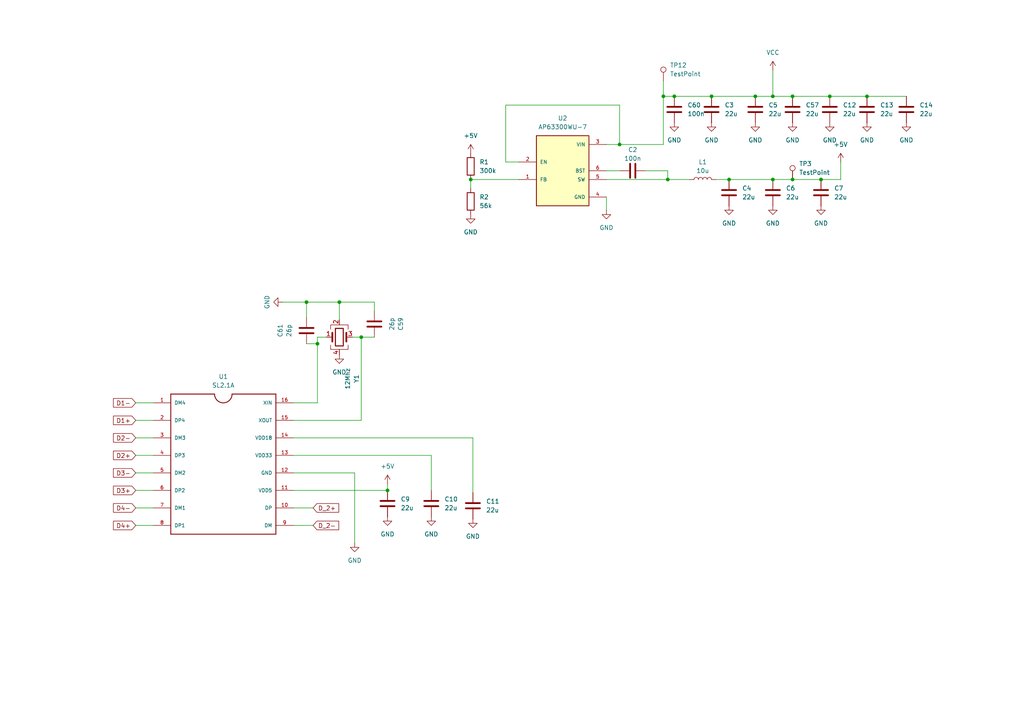
<source format=kicad_sch>
(kicad_sch (version 20250114) (generator "eeschema") (generator_version "9.0")
  (paper "A4")
  (lib_symbols
    (symbol "AP63300WU-7:AP63300WU-7" (pin_names (offset 1.016))
      (property "Reference" "U" (at -7.62 11.43 0))
      (property "Value" "AP63300WU-7" (at -7.62 -11.43 0))
      (symbol "AP63300WU-7_0_0"
        (rectangle (start -7.62 -10.16) (end 7.62 10.16) (stroke (width 0.254)) (fill (type background)))
        (pin input line (at -12.7 2.54 0) (length 5.08) (name "EN") (number "2"))
        (pin input line (at -12.7 -2.54 0) (length 5.08) (name "FB") (number "1"))
        (pin power_in line (at 12.7 7.62 180) (length 5.08) (name "VIN") (number "3"))
        (pin input line (at 12.7 0 180) (length 5.08) (name "BST") (number "6"))
        (pin output line (at 12.7 -2.54 180) (length 5.08) (name "SW") (number "5"))
        (pin power_in line (at 12.7 -7.62 180) (length 5.08) (name "GND") (number "4"))
      )
    )
    (symbol "Connector:TestPoint" (pin_numbers (hide yes)) (pin_names (offset 0.762) (hide yes))
      (property "Reference" "TP" (at 0 6.858 0))
      (property "Value" "TestPoint" (at 0 5.08 0))
      (symbol "TestPoint_0_1"
        (circle (center 0 3.302) (radius 0.762))
      )
      (symbol "TestPoint_1_1"
        (pin passive line (at 0 0 90) (length 2.54) (name "1") (number "1"))
      )
    )
    (symbol "Device:C" (pin_numbers (hide yes)) (pin_names (offset 0.254))
      (property "Reference" "C" (at 0.635 2.54 0))
      (property "Value" "C" (at 0.635 -2.54 0))
      (symbol "C_0_1"
        (polyline (pts (xy -2.032 0.762) (xy 2.032 0.762)) (stroke (width 0.508)))
        (polyline (pts (xy -2.032 -0.762) (xy 2.032 -0.762)) (stroke (width 0.508)))
      )
      (symbol "C_1_1"
        (pin passive line (at 0 3.81 270) (length 2.794) (name "~") (number "1"))
        (pin passive line (at 0 -3.81 90) (length 2.794) (name "~") (number "2"))
      )
    )
    (symbol "Device:Crystal_GND24" (pin_names (offset 1.016) (hide yes))
      (property "Reference" "Y" (at 3.175 5.08 0))
      (property "Value" "Crystal_GND24" (at 3.175 3.175 0))
      (symbol "Crystal_GND24_0_1"
        (polyline (pts (xy -2.54 2.286) (xy -2.54 3.556) (xy 2.54 3.556) (xy 2.54 2.286)))
        (polyline (pts (xy -2.54 0) (xy -2.032 0)))
        (polyline (pts (xy -2.54 -2.286) (xy -2.54 -3.556) (xy 2.54 -3.556) (xy 2.54 -2.286)))
        (polyline (pts (xy -2.032 -1.27) (xy -2.032 1.27)) (stroke (width 0.508)))
        (rectangle (start -1.143 2.54) (end 1.143 -2.54) (stroke (width 0.3048)))
        (polyline (pts (xy 0 3.556) (xy 0 3.81)))
        (polyline (pts (xy 0 -3.81) (xy 0 -3.556)))
        (polyline (pts (xy 2.032 0) (xy 2.54 0)))
        (polyline (pts (xy 2.032 -1.27) (xy 2.032 1.27)) (stroke (width 0.508)))
      )
      (symbol "Crystal_GND24_1_1"
        (pin passive line (at -3.81 0 0) (length 1.27) (name "1") (number "1"))
        (pin passive line (at 0 5.08 270) (length 1.27) (name "2") (number "2"))
        (pin passive line (at 0 -5.08 90) (length 1.27) (name "4") (number "4"))
        (pin passive line (at 3.81 0 180) (length 1.27) (name "3") (number "3"))
      )
    )
    (symbol "Device:L" (pin_numbers (hide yes)) (pin_names (offset 1.016) (hide yes))
      (property "Reference" "L" (at -1.27 0 90))
      (property "Value" "L" (at 1.905 0 90))
      (symbol "L_0_1"
        (arc (start 0 2.54) (mid 0.6323 1.905) (end 0 1.27))
        (arc (start 0 1.27) (mid 0.6323 0.635) (end 0 0))
        (arc (start 0 0) (mid 0.6323 -0.635) (end 0 -1.27))
        (arc (start 0 -1.27) (mid 0.6323 -1.905) (end 0 -2.54))
      )
      (symbol "L_1_1"
        (pin passive line (at 0 3.81 270) (length 1.27) (name "1") (number "1"))
        (pin passive line (at 0 -3.81 90) (length 1.27) (name "2") (number "2"))
      )
    )
    (symbol "Device:R" (pin_numbers (hide yes)) (pin_names (offset 0))
      (property "Reference" "R" (at 2.032 0 90))
      (property "Value" "R" (at 0 0 90))
      (symbol "R_0_1"
        (rectangle (start -1.016 -2.54) (end 1.016 2.54) (stroke (width 0.254)))
      )
      (symbol "R_1_1"
        (pin passive line (at 0 3.81 270) (length 1.27) (name "~") (number "1"))
        (pin passive line (at 0 -3.81 90) (length 1.27) (name "~") (number "2"))
      )
    )
    (symbol "SL2.1A:SL2.1A" (pin_names (offset 1.016))
      (property "Reference" "U" (at 0 22.86 0))
      (property "Value" "SL2.1A" (at 0 -22.86 0))
      (symbol "SL2.1A_0_0"
        (polyline (pts (xy -15.24 20.32) (xy -15.24 -20.32)) (stroke (width 0.254)))
        (polyline (pts (xy -15.24 -20.32) (xy 15.24 -20.32)) (stroke (width 0.254)))
        (polyline (pts (xy -2.54 20.32) (xy -15.24 20.32)) (stroke (width 0.254)))
        (arc (start 2.54 20.32) (mid 0 17.791) (end -2.54 20.32) (stroke (width 0.254)))
        (polyline (pts (xy 15.24 20.32) (xy 2.54 20.32)) (stroke (width 0.254)))
        (polyline (pts (xy 15.24 -20.32) (xy 15.24 20.32)) (stroke (width 0.254)))
        (pin bidirectional line (at -20.32 17.78 0) (length 5.08) (name "DM4") (number "1"))
        (pin bidirectional line (at -20.32 12.7 0) (length 5.08) (name "DP4") (number "2"))
        (pin bidirectional line (at -20.32 7.62 0) (length 5.08) (name "DM3") (number "3"))
        (pin bidirectional line (at -20.32 2.54 0) (length 5.08) (name "DP3") (number "4"))
        (pin bidirectional line (at -20.32 -2.54 0) (length 5.08) (name "DM2") (number "5"))
        (pin bidirectional line (at -20.32 -7.62 0) (length 5.08) (name "DP2") (number "6"))
        (pin bidirectional line (at -20.32 -12.7 0) (length 5.08) (name "DM1") (number "7"))
        (pin bidirectional line (at -20.32 -17.78 0) (length 5.08) (name "DP1") (number "8"))
        (pin bidirectional line (at 20.32 17.78 180) (length 5.08) (name "XIN") (number "16"))
        (pin bidirectional line (at 20.32 12.7 180) (length 5.08) (name "XOUT") (number "15"))
        (pin bidirectional line (at 20.32 7.62 180) (length 5.08) (name "VDD18") (number "14"))
        (pin bidirectional line (at 20.32 2.54 180) (length 5.08) (name "VDD33") (number "13"))
        (pin bidirectional line (at 20.32 -2.54 180) (length 5.08) (name "GND") (number "12"))
        (pin bidirectional line (at 20.32 -7.62 180) (length 5.08) (name "VDD5") (number "11"))
        (pin bidirectional line (at 20.32 -12.7 180) (length 5.08) (name "DP") (number "10"))
        (pin bidirectional line (at 20.32 -17.78 180) (length 5.08) (name "DM") (number "9"))
      )
    )
    (symbol "power:+5V" (power) (pin_numbers (hide yes)) (pin_names (offset 0) (hide yes))
      (property "Value" "+5V" (at 0 3.556 0))
      (symbol "+5V_0_1"
        (polyline (pts (xy -0.762 1.27) (xy 0 2.54)))
        (polyline (pts (xy 0 2.54) (xy 0.762 1.27)))
        (polyline (pts (xy 0 0) (xy 0 2.54)))
      )
      (symbol "+5V_1_1"
        (pin power_in line (at 0 0 90) (length 0) (name "~") (number "1"))
      )
    )
    (symbol "power:GND" (power) (pin_numbers (hide yes)) (pin_names (offset 0) (hide yes))
      (property "Value" "GND" (at 0 -3.81 0))
      (symbol "GND_0_1"
        (polyline (pts (xy 0 0) (xy 0 -1.27) (xy 1.27 -1.27) (xy 0 -2.54) (xy -1.27 -1.27) (xy 0 -1.27)))
      )
      (symbol "GND_1_1"
        (pin power_in line (at 0 0 270) (length 0) (name "~") (number "1"))
      )
    )
    (symbol "power:VCC" (power) (pin_numbers (hide yes)) (pin_names (offset 0) (hide yes))
      (property "Value" "VCC" (at 0 3.556 0))
      (symbol "VCC_0_1"
        (polyline (pts (xy -0.762 1.27) (xy 0 2.54)))
        (polyline (pts (xy 0 2.54) (xy 0.762 1.27)))
        (polyline (pts (xy 0 0) (xy 0 2.54)))
      )
      (symbol "VCC_1_1"
        (pin power_in line (at 0 0 90) (length 0) (name "~") (number "1"))
      )
    )
  )
  (junction (at 136.525 52.07))
  (junction (at 251.46 27.94))
  (junction (at 229.87 27.94))
  (junction (at 224.155 27.94))
  (junction (at 206.375 27.94))
  (junction (at 112.395 142.24))
  (junction (at 104.775 97.79))
  (junction (at 229.87 52.07))
  (junction (at 193.675 52.07))
  (junction (at 92.075 99.695))
  (junction (at 211.455 52.07))
  (junction (at 195.58 27.94))
  (junction (at 240.665 27.94))
  (junction (at 192.405 27.94))
  (junction (at 219.075 27.94))
  (junction (at 224.155 52.07))
  (junction (at 179.705 41.91))
  (junction (at 88.9 87.63))
  (junction (at 98.425 87.63))
  (junction (at 238.125 52.07))
  (wire (pts (xy 224.155 27.94) (xy 229.87 27.94)))
  (wire (pts (xy 85.09 147.32) (xy 90.805 147.32)))
  (wire (pts (xy 175.895 57.15) (xy 175.895 60.96)))
  (wire (pts (xy 224.155 52.07) (xy 229.87 52.07)))
  (wire (pts (xy 108.585 87.63) (xy 98.425 87.63)))
  (wire (pts (xy 229.87 52.07) (xy 238.125 52.07)))
  (wire (pts (xy 229.87 27.94) (xy 240.665 27.94)))
  (wire (pts (xy 88.9 92.075) (xy 88.9 87.63)))
  (wire (pts (xy 39.37 116.84) (xy 44.45 116.84)))
  (wire (pts (xy 192.405 27.94) (xy 195.58 27.94)))
  (wire (pts (xy 192.405 27.94) (xy 192.405 41.91)))
  (wire (pts (xy 207.645 52.07) (xy 211.455 52.07)))
  (wire (pts (xy 88.9 87.63) (xy 81.915 87.63)))
  (wire (pts (xy 146.685 46.99) (xy 150.495 46.99)))
  (wire (pts (xy 104.775 97.79) (xy 104.775 121.92)))
  (wire (pts (xy 195.58 27.94) (xy 206.375 27.94)))
  (wire (pts (xy 146.685 30.48) (xy 179.705 30.48)))
  (wire (pts (xy 219.075 27.94) (xy 224.155 27.94)))
  (wire (pts (xy 85.09 116.84) (xy 92.075 116.84)))
  (wire (pts (xy 98.425 92.71) (xy 98.425 87.63)))
  (wire (pts (xy 211.455 52.07) (xy 224.155 52.07)))
  (wire (pts (xy 179.705 30.48) (xy 179.705 41.91)))
  (wire (pts (xy 88.9 99.695) (xy 92.075 99.695)))
  (wire (pts (xy 193.675 52.07) (xy 193.675 49.53)))
  (wire (pts (xy 200.025 52.07) (xy 193.675 52.07)))
  (wire (pts (xy 192.405 23.495) (xy 192.405 27.94)))
  (wire (pts (xy 39.37 137.16) (xy 44.45 137.16)))
  (wire (pts (xy 92.075 99.695) (xy 92.075 116.84)))
  (wire (pts (xy 112.395 142.24) (xy 112.395 140.335)))
  (wire (pts (xy 98.425 87.63) (xy 88.9 87.63)))
  (wire (pts (xy 85.09 137.16) (xy 102.87 137.16)))
  (wire (pts (xy 92.075 97.79) (xy 94.615 97.79)))
  (wire (pts (xy 175.895 49.53) (xy 179.705 49.53)))
  (wire (pts (xy 85.09 127) (xy 137.16 127)))
  (wire (pts (xy 39.37 152.4) (xy 44.45 152.4)))
  (wire (pts (xy 39.37 142.24) (xy 44.45 142.24)))
  (wire (pts (xy 92.075 99.695) (xy 92.075 97.79)))
  (wire (pts (xy 39.37 147.32) (xy 44.45 147.32)))
  (wire (pts (xy 39.37 121.92) (xy 44.45 121.92)))
  (wire (pts (xy 179.705 41.91) (xy 175.895 41.91)))
  (wire (pts (xy 175.895 52.07) (xy 193.675 52.07)))
  (wire (pts (xy 251.46 27.94) (xy 262.89 27.94)))
  (wire (pts (xy 137.16 127) (xy 137.16 142.875)))
  (wire (pts (xy 108.585 90.17) (xy 108.585 87.63)))
  (wire (pts (xy 206.375 27.94) (xy 219.075 27.94)))
  (wire (pts (xy 102.235 97.79) (xy 104.775 97.79)))
  (wire (pts (xy 192.405 41.91) (xy 179.705 41.91)))
  (wire (pts (xy 193.675 49.53) (xy 187.325 49.53)))
  (wire (pts (xy 85.09 152.4) (xy 90.805 152.4)))
  (wire (pts (xy 104.775 97.79) (xy 108.585 97.79)))
  (wire (pts (xy 146.685 30.48) (xy 146.685 46.99)))
  (wire (pts (xy 39.37 132.08) (xy 44.45 132.08)))
  (wire (pts (xy 125.095 132.08) (xy 85.09 132.08)))
  (wire (pts (xy 85.09 142.24) (xy 112.395 142.24)))
  (wire (pts (xy 224.155 27.94) (xy 224.155 20.32)))
  (wire (pts (xy 102.87 137.16) (xy 102.87 157.48)))
  (wire (pts (xy 240.665 27.94) (xy 251.46 27.94)))
  (wire (pts (xy 125.095 142.24) (xy 125.095 132.08)))
  (wire (pts (xy 136.525 52.07) (xy 136.525 54.61)))
  (wire (pts (xy 39.37 127) (xy 44.45 127)))
  (wire (pts (xy 85.09 121.92) (xy 104.775 121.92)))
  (wire (pts (xy 238.125 52.07) (xy 243.84 52.07)))
  (wire (pts (xy 243.84 46.99) (xy 243.84 52.07)))
  (wire (pts (xy 150.495 52.07) (xy 136.525 52.07)))
  (global_label "D1+" (shape input) (at 39.37 121.92 180) (property "Intersheetrefs" "${INTERSHEET_REFS}" (effects (hide yes))))
  (global_label "D2+" (shape input) (at 39.37 132.08 180) (property "Intersheetrefs" "${INTERSHEET_REFS}" (effects (hide yes))))
  (global_label "D4-" (shape input) (at 39.37 147.32 180) (property "Intersheetrefs" "${INTERSHEET_REFS}" (effects (hide yes))))
  (global_label "D3+" (shape input) (at 39.37 142.24 180) (property "Intersheetrefs" "${INTERSHEET_REFS}" (effects (hide yes))))
  (global_label "D_2-" (shape input) (at 90.805 152.4 0) (property "Intersheetrefs" "${INTERSHEET_REFS}" (effects (hide yes))))
  (global_label "D1-" (shape input) (at 39.37 116.84 180) (property "Intersheetrefs" "${INTERSHEET_REFS}" (effects (hide yes))))
  (global_label "D4+" (shape input) (at 39.37 152.4 180) (property "Intersheetrefs" "${INTERSHEET_REFS}" (effects (hide yes))))
  (global_label "D3-" (shape input) (at 39.37 137.16 180) (property "Intersheetrefs" "${INTERSHEET_REFS}" (effects (hide yes))))
  (global_label "D_2+" (shape input) (at 90.805 147.32 0) (property "Intersheetrefs" "${INTERSHEET_REFS}" (effects (hide yes))))
  (global_label "D2-" (shape input) (at 39.37 127 180) (property "Intersheetrefs" "${INTERSHEET_REFS}" (effects (hide yes))))
  (symbol (lib_id "Device:C") (at 108.585 93.98 0) (unit 1)
    (property "Reference" "C59" (at 116.205 93.98 90))
    (property "Value" "26p" (at 113.665 93.98 90))
    (property "Footprint" "Capacitor_SMD:C_0603_1608Metric_Pad1.08x0.95mm_HandSolder" (effects (hide yes)))
    (property "Description" "Unpolarized capacitor" (effects (hide yes)))
  )
  (symbol (lib_id "power:GND") (at 81.915 87.63 270) (unit 1)
    (property "Reference" "#PWR0114" (effects (hide yes)))
    (property "Value" "GND" (at 77.47 87.63 0))
    (property "Description" "Power symbol creates a global label with name \"GND\" , ground" (effects (hide yes)))
  )
  (symbol (lib_id "power:GND") (at 229.87 35.56 0) (unit 1)
    (property "Reference" "#PWR094" (effects (hide yes)))
    (property "Value" "GND" (at 229.87 40.64 0))
    (property "Description" "Power symbol creates a global label with name \"GND\" , ground" (effects (hide yes)))
  )
  (symbol (lib_id "Connector:TestPoint") (at 192.405 23.495 0) (unit 1)
    (property "Reference" "TP12" (at 194.31 18.9229 0) (effects (justify left)))
    (property "Value" "TestPoint" (at 194.31 21.4629 0) (effects (justify left)))
    (property "Footprint" "TestPoint:TestPoint_Pad_1.5x1.5mm" (effects (hide yes)))
    (property "Description" "test point" (effects (hide yes)))
  )
  (symbol (lib_id "power:GND") (at 206.375 35.56 0) (unit 1)
    (property "Reference" "#PWR033" (effects (hide yes)))
    (property "Value" "GND" (at 206.375 40.64 0))
    (property "Description" "Power symbol creates a global label with name \"GND\" , ground" (effects (hide yes)))
  )
  (symbol (lib_id "Device:L") (at 203.835 52.07 90) (unit 1)
    (property "Reference" "L1" (at 203.835 46.99 90))
    (property "Value" "10u" (at 203.835 49.53 90))
    (property "Footprint" "Inductor_SMD:L_Sunlord_SWPA5012S" (effects (hide yes)))
    (property "Description" "Inductor" (effects (hide yes)))
  )
  (symbol (lib_id "power:GND") (at 240.665 35.56 0) (unit 1)
    (property "Reference" "#PWR075" (effects (hide yes)))
    (property "Value" "GND" (at 240.665 40.64 0))
    (property "Description" "Power symbol creates a global label with name \"GND\" , ground" (effects (hide yes)))
  )
  (symbol (lib_id "Device:C") (at 240.665 31.75 0) (unit 1)
    (property "Reference" "C12" (at 244.475 30.4799 0) (effects (justify left)))
    (property "Value" "22u" (at 244.475 33.0199 0) (effects (justify left)))
    (property "Footprint" "Capacitor_SMD:C_0805_2012Metric_Pad1.18x1.45mm_HandSolder" (effects (hide yes)))
    (property "Description" "Unpolarized capacitor" (effects (hide yes)))
  )
  (symbol (lib_id "power:GND") (at 125.095 149.86 0) (unit 1)
    (property "Reference" "#PWR052" (effects (hide yes)))
    (property "Value" "GND" (at 125.095 154.94 0))
    (property "Description" "Power symbol creates a global label with name \"GND\" , ground" (effects (hide yes)))
  )
  (symbol (lib_id "Device:Crystal_GND24") (at 98.425 97.79 0) (unit 1)
    (property "Reference" "Y1" (at 103.3782 109.855 90))
    (property "Value" "12Mhz" (at 100.8382 109.855 90))
    (property "Footprint" "Crystal:Crystal_SMD_3225-4Pin_3.2x2.5mm_HandSoldering" (effects (hide yes)))
    (property "Description" "Four pin crystal, GND on pins 2 and 4" (effects (hide yes)))
  )
  (symbol (lib_id "Device:C") (at 206.375 31.75 0) (unit 1)
    (property "Reference" "C3" (at 210.185 30.4799 0) (effects (justify left)))
    (property "Value" "22u" (at 210.185 33.0199 0) (effects (justify left)))
    (property "Footprint" "Capacitor_SMD:C_0805_2012Metric_Pad1.18x1.45mm_HandSolder" (effects (hide yes)))
    (property "Description" "Unpolarized capacitor" (effects (hide yes)))
  )
  (symbol (lib_id "power:GND") (at 211.455 59.69 0) (unit 1)
    (property "Reference" "#PWR034" (effects (hide yes)))
    (property "Value" "GND" (at 211.455 64.77 0))
    (property "Description" "Power symbol creates a global label with name \"GND\" , ground" (effects (hide yes)))
  )
  (symbol (lib_id "power:GND") (at 175.895 60.96 0) (unit 1)
    (property "Reference" "#PWR032" (effects (hide yes)))
    (property "Value" "GND" (at 175.895 66.04 0))
    (property "Description" "Power symbol creates a global label with name \"GND\" , ground" (effects (hide yes)))
  )
  (symbol (lib_id "Device:R") (at 136.525 48.26 180) (unit 1)
    (property "Reference" "R1" (at 139.065 46.9899 0) (effects (justify right)))
    (property "Value" "300k" (at 139.065 49.5299 0) (effects (justify right)))
    (property "Footprint" "Resistor_SMD:R_0603_1608Metric_Pad0.98x0.95mm_HandSolder" (effects (hide yes)))
    (property "Description" "Resistor" (effects (hide yes)))
  )
  (symbol (lib_id "Device:C") (at 183.515 49.53 90) (unit 1)
    (property "Reference" "C2" (at 183.515 43.434 90))
    (property "Value" "100n" (at 183.515 45.974 90))
    (property "Footprint" "Capacitor_SMD:C_0603_1608Metric_Pad1.08x0.95mm_HandSolder" (effects (hide yes)))
    (property "Description" "Unpolarized capacitor" (effects (hide yes)))
  )
  (symbol (lib_id "SL2.1A:SL2.1A") (at 64.77 134.62 0) (unit 1)
    (property "Reference" "U1" (at 64.77 109.22 0))
    (property "Value" "SL2.1A" (at 64.77 111.76 0))
    (property "Footprint" "SL2.1A:SO16" (effects (hide yes)))
    (property "MF" "CoreChips ShenZhen CO.,Ltd" (effects (hide yes)))
    (property "Description_1" "USB 2.0 HIGH SPEED 4-PORT HUB CONTROLLER" (effects (hide yes)))
    (property "Package" "Package" (effects (hide yes)))
    (property "Price" "None" (effects (hide yes)))
    (property "SnapEDA_Link" "https://www.snapeda.com/parts/SL2.1A/CoreChips+ShenZhen+CO.%252CLtd/view-part/?ref=snap" (effects (hide yes)))
    (property "MP" "SL2.1A" (effects (hide yes)))
    (property "Availability" "Not in stock" (effects (hide yes)))
    (property "Check_prices" "https://www.snapeda.com/parts/SL2.1A/CoreChips+ShenZhen+CO.%252CLtd/view-part/?ref=eda" (effects (hide yes)))
  )
  (symbol (lib_id "power:VCC") (at 224.155 20.32 0) (unit 1)
    (property "Reference" "#PWR036" (effects (hide yes)))
    (property "Value" "VCC" (at 224.155 15.24 0))
    (property "Description" "Power symbol creates a global label with name \"VCC\"" (effects (hide yes)))
  )
  (symbol (lib_id "Device:C") (at 251.46 31.75 0) (unit 1)
    (property "Reference" "C13" (at 255.27 30.4799 0) (effects (justify left)))
    (property "Value" "22u" (at 255.27 33.0199 0) (effects (justify left)))
    (property "Footprint" "Capacitor_SMD:C_0805_2012Metric_Pad1.18x1.45mm_HandSolder" (effects (hide yes)))
    (property "Description" "Unpolarized capacitor" (effects (hide yes)))
  )
  (symbol (lib_id "Device:C") (at 238.125 55.88 0) (unit 1)
    (property "Reference" "C7" (at 241.935 54.6099 0) (effects (justify left)))
    (property "Value" "22u" (at 241.935 57.1499 0) (effects (justify left)))
    (property "Footprint" "Capacitor_SMD:C_0805_2012Metric_Pad1.18x1.45mm_HandSolder" (effects (hide yes)))
    (property "Description" "Unpolarized capacitor" (effects (hide yes)))
  )
  (symbol (lib_id "power:GND") (at 112.395 149.86 0) (unit 1)
    (property "Reference" "#PWR051" (effects (hide yes)))
    (property "Value" "GND" (at 112.395 154.94 0))
    (property "Description" "Power symbol creates a global label with name \"GND\" , ground" (effects (hide yes)))
  )
  (symbol (lib_id "Device:C") (at 211.455 55.88 0) (unit 1)
    (property "Reference" "C4" (at 215.265 54.6099 0) (effects (justify left)))
    (property "Value" "22u" (at 215.265 57.1499 0) (effects (justify left)))
    (property "Footprint" "Capacitor_SMD:C_0805_2012Metric_Pad1.18x1.45mm_HandSolder" (effects (hide yes)))
    (property "Description" "Unpolarized capacitor" (effects (hide yes)))
  )
  (symbol (lib_id "Connector:TestPoint") (at 229.87 52.07 0) (unit 1)
    (property "Reference" "TP3" (at 231.775 47.4979 0) (effects (justify left)))
    (property "Value" "TestPoint" (at 231.775 50.0379 0) (effects (justify left)))
    (property "Footprint" "TestPoint:TestPoint_Pad_1.5x1.5mm" (effects (hide yes)))
    (property "Description" "test point" (effects (hide yes)))
  )
  (symbol (lib_id "power:GND") (at 238.125 59.69 0) (unit 1)
    (property "Reference" "#PWR038" (effects (hide yes)))
    (property "Value" "GND" (at 238.125 64.77 0))
    (property "Description" "Power symbol creates a global label with name \"GND\" , ground" (effects (hide yes)))
  )
  (symbol (lib_id "power:+5V") (at 136.525 44.45 0) (unit 1)
    (property "Reference" "#PWR030" (effects (hide yes)))
    (property "Value" "+5V" (at 136.525 39.37 0))
    (property "Description" "Power symbol creates a global label with name \"+5V\"" (effects (hide yes)))
  )
  (symbol (lib_id "Device:C") (at 262.89 31.75 0) (unit 1)
    (property "Reference" "C14" (at 266.7 30.4799 0) (effects (justify left)))
    (property "Value" "22u" (at 266.7 33.0199 0) (effects (justify left)))
    (property "Footprint" "Capacitor_SMD:C_0805_2012Metric_Pad1.18x1.45mm_HandSolder" (effects (hide yes)))
    (property "Description" "Unpolarized capacitor" (effects (hide yes)))
  )
  (symbol (lib_id "Device:C") (at 219.075 31.75 0) (unit 1)
    (property "Reference" "C5" (at 222.885 30.4799 0) (effects (justify left)))
    (property "Value" "22u" (at 222.885 33.0199 0) (effects (justify left)))
    (property "Footprint" "Capacitor_SMD:C_0805_2012Metric_Pad1.18x1.45mm_HandSolder" (effects (hide yes)))
    (property "Description" "Unpolarized capacitor" (effects (hide yes)))
  )
  (symbol (lib_id "power:GND") (at 136.525 62.23 0) (unit 1)
    (property "Reference" "#PWR031" (effects (hide yes)))
    (property "Value" "GND" (at 136.525 67.31 0))
    (property "Description" "Power symbol creates a global label with name \"GND\" , ground" (effects (hide yes)))
  )
  (symbol (lib_id "power:GND") (at 102.87 157.48 0) (unit 1)
    (property "Reference" "#PWR040" (effects (hide yes)))
    (property "Value" "GND" (at 102.87 162.56 0))
    (property "Description" "Power symbol creates a global label with name \"GND\" , ground" (effects (hide yes)))
  )
  (symbol (lib_id "AP63300WU-7:AP63300WU-7") (at 163.195 49.53 0) (unit 1)
    (property "Reference" "U2" (at 163.195 34.29 0))
    (property "Value" "AP63300WU-7" (at 163.195 36.83 0))
    (property "Footprint" "AP63300WU-7:SOT95P280X100-6N" (effects (hide yes)))
    (property "MF" "Diodes Incorporated" (effects (hide yes)))
    (property "MAXIMUM_PACKAGE_HEIGHT" "1.00mm" (effects (hide yes)))
    (property "Package" "SOT-23-6 Diodes Incorporated" (effects (hide yes)))
    (property "Price" "None" (effects (hide yes)))
    (property "Check_prices" "https://www.snapeda.com/parts/AP63300WU-7/Diodes+Inc./view-part/?ref=eda" (effects (hide yes)))
    (property "STANDARD" "Manufacturer Recommendations" (effects (hide yes)))
    (property "PARTREV" "2020-04-24" (effects (hide yes)))
    (property "SnapEDA_Link" "https://www.snapeda.com/parts/AP63300WU-7/Diodes+Inc./view-part/?ref=snap" (effects (hide yes)))
    (property "MP" "AP63300WU-7" (effects (hide yes)))
    (property "Description_1" "Buck Switching Regulator IC Positive Adjustable 0.8V 1 Output 3A SOT-23-6 Thin, TSOT-23-6" (effects (hide yes)))
    (property "Availability" "In Stock" (effects (hide yes)))
    (property "MANUFACTURER" "DIODES" (effects (hide yes)))
  )
  (symbol (lib_id "power:GND") (at 251.46 35.56 0) (unit 1)
    (property "Reference" "#PWR076" (effects (hide yes)))
    (property "Value" "GND" (at 251.46 40.64 0))
    (property "Description" "Power symbol creates a global label with name \"GND\" , ground" (effects (hide yes)))
  )
  (symbol (lib_id "power:GND") (at 219.075 35.56 0) (unit 1)
    (property "Reference" "#PWR035" (effects (hide yes)))
    (property "Value" "GND" (at 219.075 40.64 0))
    (property "Description" "Power symbol creates a global label with name \"GND\" , ground" (effects (hide yes)))
  )
  (symbol (lib_id "power:GND") (at 98.425 102.87 0) (unit 1)
    (property "Reference" "#PWR054" (effects (hide yes)))
    (property "Value" "GND" (at 98.425 107.95 0))
    (property "Description" "Power symbol creates a global label with name \"GND\" , ground" (effects (hide yes)))
  )
  (symbol (lib_id "Device:C") (at 88.9 95.885 0) (mirror y) (unit 1)
    (property "Reference" "C61" (at 81.28 95.885 90))
    (property "Value" "26p" (at 83.82 95.885 90))
    (property "Footprint" "Capacitor_SMD:C_0603_1608Metric_Pad1.08x0.95mm_HandSolder" (effects (hide yes)))
    (property "Description" "Unpolarized capacitor" (effects (hide yes)))
  )
  (symbol (lib_id "power:+5V") (at 243.84 46.99 0) (unit 1)
    (property "Reference" "#PWR041" (effects (hide yes)))
    (property "Value" "+5V" (at 243.84 41.91 0))
    (property "Description" "Power symbol creates a global label with name \"+5V\"" (effects (hide yes)))
  )
  (symbol (lib_id "Device:C") (at 112.395 146.05 0) (unit 1)
    (property "Reference" "C9" (at 116.205 144.7799 0) (effects (justify left)))
    (property "Value" "22u" (at 116.205 147.3199 0) (effects (justify left)))
    (property "Footprint" "Capacitor_SMD:C_0805_2012Metric_Pad1.18x1.45mm_HandSolder" (effects (hide yes)))
    (property "Description" "Unpolarized capacitor" (effects (hide yes)))
  )
  (symbol (lib_id "Device:C") (at 195.58 31.75 0) (unit 1)
    (property "Reference" "C60" (at 199.39 30.4799 0) (effects (justify left)))
    (property "Value" "100n" (at 199.39 33.0199 0) (effects (justify left)))
    (property "Footprint" "Capacitor_SMD:C_0603_1608Metric_Pad1.08x0.95mm_HandSolder" (effects (hide yes)))
    (property "Description" "Unpolarized capacitor" (effects (hide yes)))
  )
  (symbol (lib_id "power:GND") (at 137.16 150.495 0) (unit 1)
    (property "Reference" "#PWR053" (effects (hide yes)))
    (property "Value" "GND" (at 137.16 155.575 0))
    (property "Description" "Power symbol creates a global label with name \"GND\" , ground" (effects (hide yes)))
  )
  (symbol (lib_id "power:GND") (at 195.58 35.56 0) (unit 1)
    (property "Reference" "#PWR097" (effects (hide yes)))
    (property "Value" "GND" (at 195.58 40.64 0))
    (property "Description" "Power symbol creates a global label with name \"GND\" , ground" (effects (hide yes)))
  )
  (symbol (lib_id "Device:C") (at 137.16 146.685 0) (unit 1)
    (property "Reference" "C11" (at 140.97 145.4149 0) (effects (justify left)))
    (property "Value" "22u" (at 140.97 147.9549 0) (effects (justify left)))
    (property "Footprint" "Capacitor_SMD:C_0805_2012Metric_Pad1.18x1.45mm_HandSolder" (effects (hide yes)))
    (property "Description" "Unpolarized capacitor" (effects (hide yes)))
  )
  (symbol (lib_id "Device:C") (at 125.095 146.05 0) (unit 1)
    (property "Reference" "C10" (at 128.905 144.7799 0) (effects (justify left)))
    (property "Value" "22u" (at 128.905 147.3199 0) (effects (justify left)))
    (property "Footprint" "Capacitor_SMD:C_0805_2012Metric_Pad1.18x1.45mm_HandSolder" (effects (hide yes)))
    (property "Description" "Unpolarized capacitor" (effects (hide yes)))
  )
  (symbol (lib_id "Device:C") (at 224.155 55.88 0) (unit 1)
    (property "Reference" "C6" (at 227.965 54.6099 0) (effects (justify left)))
    (property "Value" "22u" (at 227.965 57.1499 0) (effects (justify left)))
    (property "Footprint" "Capacitor_SMD:C_0805_2012Metric_Pad1.18x1.45mm_HandSolder" (effects (hide yes)))
    (property "Description" "Unpolarized capacitor" (effects (hide yes)))
  )
  (symbol (lib_id "power:+5V") (at 112.395 140.335 0) (unit 1)
    (property "Reference" "#PWR039" (effects (hide yes)))
    (property "Value" "+5V" (at 112.395 135.255 0))
    (property "Description" "Power symbol creates a global label with name \"+5V\"" (effects (hide yes)))
  )
  (symbol (lib_id "Device:C") (at 229.87 31.75 0) (unit 1)
    (property "Reference" "C57" (at 233.68 30.4799 0) (effects (justify left)))
    (property "Value" "22u" (at 233.68 33.0199 0) (effects (justify left)))
    (property "Footprint" "Capacitor_SMD:C_0805_2012Metric_Pad1.18x1.45mm_HandSolder" (effects (hide yes)))
    (property "Description" "Unpolarized capacitor" (effects (hide yes)))
  )
  (symbol (lib_id "power:GND") (at 224.155 59.69 0) (unit 1)
    (property "Reference" "#PWR037" (effects (hide yes)))
    (property "Value" "GND" (at 224.155 64.77 0))
    (property "Description" "Power symbol creates a global label with name \"GND\" , ground" (effects (hide yes)))
  )
  (symbol (lib_id "power:GND") (at 262.89 35.56 0) (unit 1)
    (property "Reference" "#PWR077" (effects (hide yes)))
    (property "Value" "GND" (at 262.89 40.64 0))
    (property "Description" "Power symbol creates a global label with name \"GND\" , ground" (effects (hide yes)))
  )
  (symbol (lib_id "Device:R") (at 136.525 58.42 180) (unit 1)
    (property "Reference" "R2" (at 139.065 57.1499 0) (effects (justify right)))
    (property "Value" "56k" (at 139.065 59.6899 0) (effects (justify right)))
    (property "Footprint" "Resistor_SMD:R_0603_1608Metric_Pad0.98x0.95mm_HandSolder" (effects (hide yes)))
    (property "Description" "Resistor" (effects (hide yes)))
  )
)
</source>
